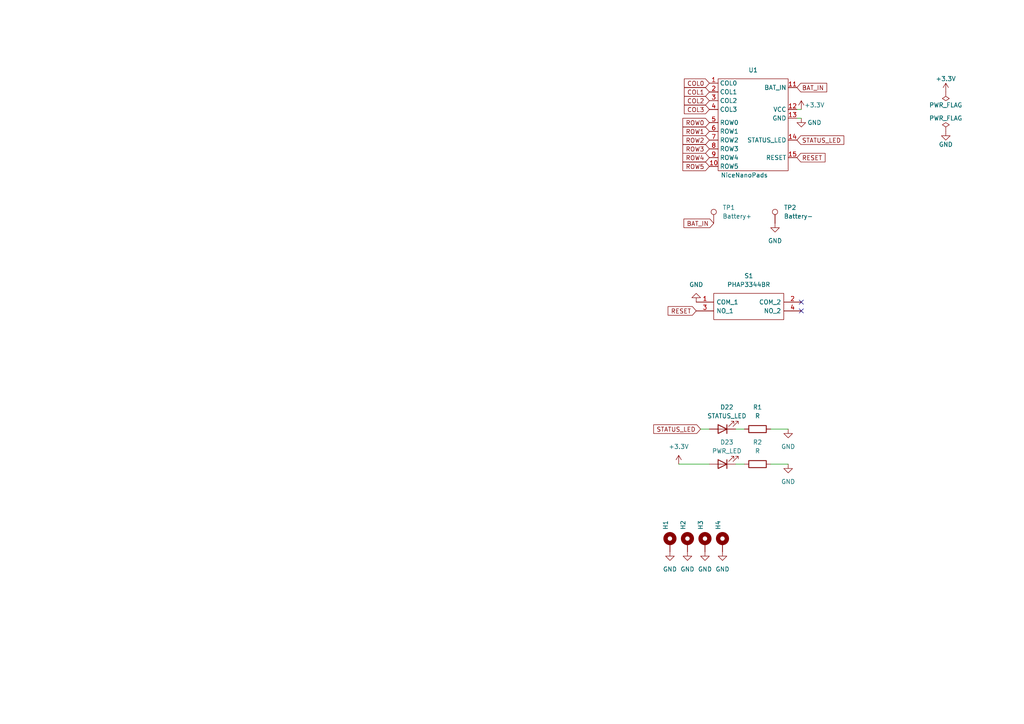
<source format=kicad_sch>
(kicad_sch (version 20230121) (generator eeschema)
  (paper "A4")
  (lib_symbols
    (symbol "Connector:TestPoint" (pin_numbers hide) (pin_names (offset 0.762) hide)
      (property "Reference" "TP" (at 0 6.858 0))
      (property "Value" "TestPoint" (at 0 5.08 0))
      (symbol "TestPoint_0_1"
        (circle (center 0 3.302) (radius 0.762))
      )
      (symbol "TestPoint_1_1"
        (pin passive line (at 0 0 90) (length 2.54) (name "1") (number "1"))
      )
    )
    (symbol "Device:D" (pin_numbers hide) (pin_names (offset 1.016) hide)
      (property "Reference" "D" (at 0 2.54 0))
      (property "Value" "D" (at 0 -2.54 0))
      (symbol "D_0_1"
        (polyline (pts (xy -1.27 1.27) (xy -1.27 -1.27)) (stroke (width 0.254)))
        (polyline (pts (xy 1.27 0) (xy -1.27 0)))
        (polyline (pts (xy 1.27 1.27) (xy 1.27 -1.27) (xy -1.27 0) (xy 1.27 1.27)) (stroke (width 0.254)))
      )
      (symbol "D_1_1"
        (pin passive line (at -3.81 0 0) (length 2.54) (name "K") (number "1"))
        (pin passive line (at 3.81 0 180) (length 2.54) (name "A") (number "2"))
      )
    )
    (symbol "Device:LED" (pin_numbers hide) (pin_names (offset 1.016) hide)
      (property "Reference" "D" (at 0 2.54 0))
      (property "Value" "LED" (at 0 -2.54 0))
      (symbol "LED_0_1"
        (polyline (pts (xy -1.27 -1.27) (xy -1.27 1.27)) (stroke (width 0.254)))
        (polyline (pts (xy -1.27 0) (xy 1.27 0)))
        (polyline (pts (xy 1.27 -1.27) (xy 1.27 1.27) (xy -1.27 0) (xy 1.27 -1.27)) (stroke (width 0.254)))
        (polyline (pts (xy -3.048 -0.762) (xy -4.572 -2.286) (xy -3.81 -2.286) (xy -4.572 -2.286) (xy -4.572 -1.524)))
        (polyline (pts (xy -1.778 -0.762) (xy -3.302 -2.286) (xy -2.54 -2.286) (xy -3.302 -2.286) (xy -3.302 -1.524)))
      )
      (symbol "LED_1_1"
        (pin passive line (at -3.81 0 0) (length 2.54) (name "K") (number "1"))
        (pin passive line (at 3.81 0 180) (length 2.54) (name "A") (number "2"))
      )
    )
    (symbol "Device:R" (pin_numbers hide) (pin_names (offset 0))
      (property "Reference" "R" (at 2.032 0 90))
      (property "Value" "R" (at 0 0 90))
      (symbol "R_0_1"
        (rectangle (start -1.016 -2.54) (end 1.016 2.54) (stroke (width 0.254)))
      )
      (symbol "R_1_1"
        (pin passive line (at 0 3.81 270) (length 1.27) (name "~") (number "1"))
        (pin passive line (at 0 -3.81 90) (length 1.27) (name "~") (number "2"))
      )
    )
    (symbol "Mechanical:MountingHole_Pad" (pin_numbers hide) (pin_names (offset 1.016) hide)
      (property "Reference" "H" (at 0 6.35 0))
      (property "Value" "MountingHole_Pad" (at 0 4.445 0))
      (symbol "MountingHole_Pad_0_1"
        (circle (center 0 1.27) (radius 1.27) (stroke (width 1.27)))
      )
      (symbol "MountingHole_Pad_1_1"
        (pin input line (at 0 -2.54 90) (length 2.54) (name "1") (number "1"))
      )
    )
    (symbol "Nice_Nano_Pads:NiceNanoPads"
      (property "Reference" "U1" (at 2.54 30.48 0))
      (property "Value" "NiceNanoPads" (at 0 0 0))
      (symbol "NiceNanoPads_0_1"
        (rectangle (start -7.62 27.94) (end 12.7 1.27))
      )
      (symbol "NiceNanoPads_1_1"
        (pin input line (at -10.16 26.67 0) (length 2.54) (name "COL0") (number "1"))
        (pin input line (at -10.16 2.54 0) (length 2.54) (name "ROW5") (number "10"))
        (pin input line (at 15.24 25.4 180) (length 2.54) (name "BAT_IN") (number "11"))
        (pin input line (at 15.24 19.05 180) (length 2.54) (name "VCC") (number "12"))
        (pin input line (at 15.24 16.51 180) (length 2.54) (name "GND") (number "13"))
        (pin input line (at 15.24 10.16 180) (length 2.54) (name "STATUS_LED") (number "14"))
        (pin input line (at 15.24 5.08 180) (length 2.54) (name "RESET") (number "15"))
        (pin input line (at -10.16 24.13 0) (length 2.54) (name "COL1") (number "2"))
        (pin input line (at -10.16 21.59 0) (length 2.54) (name "COL2") (number "3"))
        (pin input line (at -10.16 19.05 0) (length 2.54) (name "COL3") (number "4"))
        (pin input line (at -10.16 15.24 0) (length 2.54) (name "ROW0") (number "5"))
        (pin input line (at -10.16 12.7 0) (length 2.54) (name "ROW1") (number "6"))
        (pin input line (at -10.16 10.16 0) (length 2.54) (name "ROW2") (number "7"))
        (pin input line (at -10.16 7.62 0) (length 2.54) (name "ROW3") (number "8"))
        (pin input line (at -10.16 5.08 0) (length 2.54) (name "ROW4") (number "9"))
      )
    )
    (symbol "Reset_switch:PHAP3344BR" (pin_names (offset 0.762))
      (property "Reference" "S" (at 26.67 7.62 0))
      (property "Value" "PHAP3344BR" (at 26.67 5.08 0))
      (symbol "PHAP3344BR_0_0"
        (pin passive line (at 0 0 0) (length 5.08) (name "COM_1") (number "1"))
        (pin passive line (at 30.48 0 180) (length 5.08) (name "COM_2") (number "2"))
        (pin passive line (at 0 -2.54 0) (length 5.08) (name "NO_1") (number "3"))
        (pin passive line (at 30.48 -2.54 180) (length 5.08) (name "NO_2") (number "4"))
      )
      (symbol "PHAP3344BR_0_1"
        (polyline (pts (xy 5.08 2.54) (xy 25.4 2.54) (xy 25.4 -5.08) (xy 5.08 -5.08) (xy 5.08 2.54)) (stroke (width 0.1524)))
      )
    )
    (symbol "Switch:SW_Push" (pin_numbers hide) (pin_names (offset 1.016) hide)
      (property "Reference" "SW" (at 1.27 2.54 0))
      (property "Value" "SW_Push" (at 0 -1.524 0))
      (symbol "SW_Push_0_1"
        (circle (center -2.032 0) (radius 0.508))
        (polyline (pts (xy 0 1.27) (xy 0 3.048)))
        (polyline (pts (xy 2.54 1.27) (xy -2.54 1.27)))
        (circle (center 2.032 0) (radius 0.508))
        (pin passive line (at -5.08 0 0) (length 2.54) (name "1") (number "1"))
        (pin passive line (at 5.08 0 180) (length 2.54) (name "2") (number "2"))
      )
    )
    (symbol "power:+3.3V" (power) (pin_names (offset 0))
      (property "Value" "+3.3V" (at 0 3.556 0))
      (symbol "+3.3V_0_1"
        (polyline (pts (xy -0.762 1.27) (xy 0 2.54)))
        (polyline (pts (xy 0 0) (xy 0 2.54)))
        (polyline (pts (xy 0 2.54) (xy 0.762 1.27)))
      )
      (symbol "+3.3V_1_1"
        (pin power_in line (at 0 0 90) (length 0) hide (name "+3.3V") (number "1"))
      )
    )
    (symbol "power:GND" (power) (pin_names (offset 0))
      (property "Value" "GND" (at 0 -3.81 0))
      (symbol "GND_0_1"
        (polyline (pts (xy 0 0) (xy 0 -1.27) (xy 1.27 -1.27) (xy 0 -2.54) (xy -1.27 -1.27) (xy 0 -1.27)))
      )
      (symbol "GND_1_1"
        (pin power_in line (at 0 0 270) (length 0) hide (name "GND") (number "1"))
      )
    )
    (symbol "power:PWR_FLAG" (power) (pin_numbers hide) (pin_names (offset 0) hide)
      (property "Value" "PWR_FLAG" (at 0 3.81 0))
      (symbol "PWR_FLAG_0_0"
        (pin power_out line (at 0 0 90) (length 0) (name "pwr") (number "1"))
      )
      (symbol "PWR_FLAG_0_1"
        (polyline (pts (xy 0 0) (xy 0 1.27) (xy -1.016 1.905) (xy 0 2.54) (xy 1.016 1.905) (xy 0 1.27)))
      )
    )
  )
  (junction (at 109.22 -121.92))
  (junction (at 63.5 -71.12))
  (junction (at 50.8 -81.28))
  (junction (at 88.9 -81.28))
  (junction (at 101.6 -50.8))
  (junction (at 88.9 -101.6))
  (junction (at 82.55 -50.8))
  (junction (at 63.5 -30.48))
  (junction (at 69.85 -101.6))
  (junction (at 88.9 -40.64))
  (junction (at 63.5 -111.76))
  (junction (at 50.8 -121.92))
  (junction (at 50.8 -101.6))
  (junction (at 69.85 -81.28))
  (junction (at 109.22 -60.96))
  (junction (at 63.5 -50.8))
  (junction (at 109.22 -101.6))
  (junction (at 82.55 -111.76))
  (junction (at 82.55 -71.12))
  (junction (at 63.5 -91.44))
  (junction (at 69.85 -40.64))
  (junction (at 88.9 -121.92))
  (junction (at 69.85 -121.92))
  (junction (at 82.55 -10.16))
  (junction (at 69.85 -60.96))
  (junction (at 82.55 -91.44))
  (junction (at 101.6 -111.76))
  (junction (at 82.55 -30.48))
  (junction (at 101.6 -10.16))
  (junction (at 50.8 -60.96))
  (junction (at 101.6 -91.44))
  (junction (at 88.9 -60.96))
  (no_connect (at 232.41 90.17))
  (no_connect (at 232.41 87.63))
  (wire (pts (xy 69.85 -121.92) (xy 71.12 -121.92)))
  (wire (pts (xy 88.9 -60.96) (xy 88.9 -40.64)))
  (wire (pts (xy 50.8 -133.35) (xy 50.8 -121.92)))
  (wire (pts (xy 88.9 -133.35) (xy 88.9 -121.92)))
  (wire (pts (xy 50.8 -81.28) (xy 52.07 -81.28)))
  (wire (pts (xy 88.9 -101.6) (xy 90.17 -101.6)))
  (wire (pts (xy 63.5 -71.12) (xy 63.5 -72.39)))
  (wire (pts (xy 101.6 -60.96) (xy 101.6 -59.69)))
  (wire (pts (xy 41.91 -50.8) (xy 63.5 -50.8)))
  (wire (pts (xy 101.6 -81.28) (xy 100.33 -81.28)))
  (wire (pts (xy 121.92 -111.76) (xy 121.92 -113.03)))
  (wire (pts (xy 69.85 -40.64) (xy 71.12 -40.64)))
  (wire (pts (xy 101.6 -111.76) (xy 121.92 -111.76)))
  (wire (pts (xy 213.36 124.46) (xy 215.9 124.46)))
  (wire (pts (xy 121.92 -60.96) (xy 120.65 -60.96)))
  (wire (pts (xy 63.5 -50.8) (xy 63.5 -52.07)))
  (wire (pts (xy 82.55 -111.76) (xy 82.55 -113.03)))
  (wire (pts (xy 121.92 -101.6) (xy 121.92 -100.33)))
  (wire (pts (xy 69.85 -40.64) (xy 69.85 -20.32)))
  (wire (pts (xy 82.55 -81.28) (xy 81.28 -81.28)))
  (wire (pts (xy 63.5 -101.6) (xy 63.5 -100.33)))
  (wire (pts (xy 213.36 134.62) (xy 215.9 134.62)))
  (wire (pts (xy 82.55 -10.16) (xy 82.55 -11.43)))
  (wire (pts (xy 82.55 -121.92) (xy 81.28 -121.92)))
  (wire (pts (xy 63.5 -91.44) (xy 63.5 -92.71)))
  (wire (pts (xy 41.91 -111.76) (xy 63.5 -111.76)))
  (wire (pts (xy 196.85 134.62) (xy 205.74 134.62)))
  (wire (pts (xy 101.6 -50.8) (xy 121.92 -50.8)))
  (wire (pts (xy 63.5 -111.76) (xy 63.5 -113.03)))
  (wire (pts (xy 101.6 -81.28) (xy 101.6 -80.01)))
  (wire (pts (xy 121.92 -121.92) (xy 121.92 -120.65)))
  (wire (pts (xy 82.55 -121.92) (xy 82.55 -120.65)))
  (wire (pts (xy 63.5 -30.48) (xy 63.5 -31.75)))
  (wire (pts (xy 88.9 -40.64) (xy 90.17 -40.64)))
  (wire (pts (xy 63.5 -50.8) (xy 82.55 -50.8)))
  (wire (pts (xy 109.22 -121.92) (xy 109.22 -101.6)))
  (wire (pts (xy 50.8 -121.92) (xy 50.8 -101.6)))
  (wire (pts (xy 63.5 -40.64) (xy 63.5 -39.37)))
  (wire (pts (xy 82.55 -50.8) (xy 82.55 -52.07)))
  (wire (pts (xy 63.5 -121.92) (xy 63.5 -120.65)))
  (wire (pts (xy 109.22 -121.92) (xy 110.49 -121.92)))
  (wire (pts (xy 50.8 -60.96) (xy 50.8 -40.64)))
  (wire (pts (xy 82.55 -101.6) (xy 82.55 -100.33)))
  (wire (pts (xy 82.55 -20.32) (xy 82.55 -19.05)))
  (wire (pts (xy 109.22 -101.6) (xy 110.49 -101.6)))
  (wire (pts (xy 121.92 -101.6) (xy 120.65 -101.6)))
  (wire (pts (xy 101.6 -10.16) (xy 121.92 -10.16)))
  (wire (pts (xy 82.55 -40.64) (xy 81.28 -40.64)))
  (wire (pts (xy 63.5 -111.76) (xy 82.55 -111.76)))
  (wire (pts (xy 50.8 -121.92) (xy 52.07 -121.92)))
  (wire (pts (xy 69.85 -133.35) (xy 69.85 -121.92)))
  (wire (pts (xy 63.5 -101.6) (xy 62.23 -101.6)))
  (wire (pts (xy 203.2 124.46) (xy 205.74 124.46)))
  (wire (pts (xy 101.6 -50.8) (xy 101.6 -52.07)))
  (wire (pts (xy 69.85 -60.96) (xy 69.85 -40.64)))
  (wire (pts (xy 63.5 -71.12) (xy 82.55 -71.12)))
  (wire (pts (xy 50.8 -101.6) (xy 50.8 -81.28)))
  (wire (pts (xy 88.9 -101.6) (xy 88.9 -81.28)))
  (wire (pts (xy 101.6 -121.92) (xy 101.6 -120.65)))
  (wire (pts (xy 109.22 -101.6) (xy 109.22 -60.96)))
  (wire (pts (xy 101.6 -60.96) (xy 100.33 -60.96)))
  (wire (pts (xy 41.91 -30.48) (xy 63.5 -30.48)))
  (wire (pts (xy 69.85 -81.28) (xy 69.85 -60.96)))
  (wire (pts (xy 50.8 -60.96) (xy 52.07 -60.96)))
  (wire (pts (xy 88.9 -60.96) (xy 90.17 -60.96)))
  (wire (pts (xy 69.85 -101.6) (xy 71.12 -101.6)))
  (wire (pts (xy 69.85 -81.28) (xy 71.12 -81.28)))
  (wire (pts (xy 101.6 -101.6) (xy 100.33 -101.6)))
  (wire (pts (xy 82.55 -81.28) (xy 82.55 -80.01)))
  (wire (pts (xy 82.55 -111.76) (xy 101.6 -111.76)))
  (wire (pts (xy 109.22 -60.96) (xy 110.49 -60.96)))
  (wire (pts (xy 121.92 -20.32) (xy 120.65 -20.32)))
  (wire (pts (xy 232.41 31.75) (xy 231.14 31.75)))
  (wire (pts (xy 101.6 -121.92) (xy 100.33 -121.92)))
  (wire (pts (xy 101.6 -10.16) (xy 101.6 -11.43)))
  (wire (pts (xy 101.6 -91.44) (xy 101.6 -92.71)))
  (wire (pts (xy 50.8 -81.28) (xy 50.8 -60.96)))
  (wire (pts (xy 82.55 -91.44) (xy 101.6 -91.44)))
  (wire (pts (xy 121.92 -121.92) (xy 120.65 -121.92)))
  (wire (pts (xy 88.9 -20.32) (xy 90.17 -20.32)))
  (wire (pts (xy 101.6 -91.44) (xy 121.92 -91.44)))
  (wire (pts (xy 82.55 -71.12) (xy 101.6 -71.12)))
  (wire (pts (xy 101.6 -111.76) (xy 101.6 -113.03)))
  (wire (pts (xy 101.6 -71.12) (xy 101.6 -72.39)))
  (wire (pts (xy 88.9 -40.64) (xy 88.9 -20.32)))
  (wire (pts (xy 101.6 -101.6) (xy 101.6 -100.33)))
  (wire (pts (xy 82.55 -10.16) (xy 101.6 -10.16)))
  (wire (pts (xy 69.85 -60.96) (xy 71.12 -60.96)))
  (wire (pts (xy 109.22 -20.32) (xy 110.49 -20.32)))
  (wire (pts (xy 82.55 -30.48) (xy 101.6 -30.48)))
  (wire (pts (xy 41.91 -71.12) (xy 63.5 -71.12)))
  (wire (pts (xy 63.5 -121.92) (xy 62.23 -121.92)))
  (wire (pts (xy 109.22 -60.96) (xy 109.22 -20.32)))
  (wire (pts (xy 228.6 124.46) (xy 223.52 124.46)))
  (wire (pts (xy 63.5 -60.96) (xy 62.23 -60.96)))
  (wire (pts (xy 82.55 -40.64) (xy 82.55 -39.37)))
  (wire (pts (xy 109.22 -133.35) (xy 109.22 -121.92)))
  (wire (pts (xy 88.9 -121.92) (xy 90.17 -121.92)))
  (wire (pts (xy 121.92 -50.8) (xy 121.92 -52.07)))
  (wire (pts (xy 82.55 -71.12) (xy 82.55 -72.39)))
  (wire (pts (xy 63.5 -40.64) (xy 62.23 -40.64)))
  (wire (pts (xy 41.91 -91.44) (xy 63.5 -91.44)))
  (wire (pts (xy 82.55 -60.96) (xy 82.55 -59.69)))
  (wire (pts (xy 50.8 -101.6) (xy 52.07 -101.6)))
  (wire (pts (xy 41.91 -10.16) (xy 82.55 -10.16)))
  (wire (pts (xy 82.55 -30.48) (xy 82.55 -31.75)))
  (wire (pts (xy 101.6 -40.64) (xy 101.6 -39.37)))
  (wire (pts (xy 50.8 -40.64) (xy 52.07 -40.64)))
  (wire (pts (xy 82.55 -20.32) (xy 81.28 -20.32)))
  (wire (pts (xy 63.5 -30.48) (xy 82.55 -30.48)))
  (wire (pts (xy 121.92 -20.32) (xy 121.92 -19.05)))
  (wire (pts (xy 63.5 -91.44) (xy 82.55 -91.44)))
  (wire (pts (xy 63.5 -81.28) (xy 62.23 -81.28)))
  (wire (pts (xy 232.41 34.29) (xy 231.14 34.29)))
  (wire (pts (xy 63.5 -60.96) (xy 63.5 -59.69)))
  (wire (pts (xy 69.85 -20.32) (xy 71.12 -20.32)))
  (wire (pts (xy 82.55 -101.6) (xy 81.28 -101.6)))
  (wire (pts (xy 88.9 -121.92) (xy 88.9 -101.6)))
  (wire (pts (xy 82.55 -60.96) (xy 81.28 -60.96)))
  (wire (pts (xy 88.9 -81.28) (xy 90.17 -81.28)))
  (wire (pts (xy 69.85 -101.6) (xy 69.85 -81.28)))
  (wire (pts (xy 121.92 -60.96) (xy 121.92 -59.69)))
  (wire (pts (xy 228.6 134.62) (xy 223.52 134.62)))
  (wire (pts (xy 82.55 -50.8) (xy 101.6 -50.8)))
  (wire (pts (xy 88.9 -81.28) (xy 88.9 -60.96)))
  (wire (pts (xy 101.6 -20.32) (xy 101.6 -19.05)))
  (wire (pts (xy 63.5 -81.28) (xy 63.5 -80.01)))
  (wire (pts (xy 101.6 -40.64) (xy 100.33 -40.64)))
  (wire (pts (xy 121.92 -91.44) (xy 121.92 -92.71)))
  (wire (pts (xy 82.55 -91.44) (xy 82.55 -92.71)))
  (wire (pts (xy 69.85 -121.92) (xy 69.85 -101.6)))
  (wire (pts (xy 101.6 -30.48) (xy 101.6 -31.75)))
  (wire (pts (xy 101.6 -20.32) (xy 100.33 -20.32)))
  (wire (pts (xy 121.92 -10.16) (xy 121.92 -11.43)))
  (global_label "COL2" (shape input) (at 88.9 -133.35 90) (property "Intersheetrefs" "${INTERSHEET_REFS}" (effects hide)))
  (global_label "COL1" (shape input) (at 205.74 26.67 180) (property "Intersheetrefs" "${INTERSHEET_REFS}" (effects hide)))
  (global_label "STATUS_LED" (shape input) (at 231.14 40.64 0) (property "Intersheetrefs" "${INTERSHEET_REFS}" (effects hide)))
  (global_label "ROW1" (shape input) (at 205.74 38.1 180) (property "Intersheetrefs" "${INTERSHEET_REFS}" (effects hide)))
  (global_label "COL0" (shape input) (at 205.74 24.13 180) (property "Intersheetrefs" "${INTERSHEET_REFS}" (effects hide)))
  (global_label "BAT_IN" (shape input) (at 207.01 64.77 180) (property "Intersheetrefs" "${INTERSHEET_REFS}" (effects hide)))
  (global_label "STATUS_LED" (shape input) (at 203.2 124.46 180) (property "Intersheetrefs" "${INTERSHEET_REFS}" (effects hide)))
  (global_label "ROW5" (shape input) (at 41.91 -10.16 180) (property "Intersheetrefs" "${INTERSHEET_REFS}" (effects hide)))
  (global_label "COL3" (shape input) (at 109.22 -133.35 90) (property "Intersheetrefs" "${INTERSHEET_REFS}" (effects hide)))
  (global_label "ROW0" (shape input) (at 41.91 -111.76 180) (property "Intersheetrefs" "${INTERSHEET_REFS}" (effects hide)))
  (global_label "COL0" (shape input) (at 50.8 -133.35 90) (property "Intersheetrefs" "${INTERSHEET_REFS}" (effects hide)))
  (global_label "ROW2" (shape input) (at 41.91 -71.12 180) (property "Intersheetrefs" "${INTERSHEET_REFS}" (effects hide)))
  (global_label "ROW2" (shape input) (at 205.74 40.64 180) (property "Intersheetrefs" "${INTERSHEET_REFS}" (effects hide)))
  (global_label "ROW4" (shape input) (at 41.91 -30.48 180) (property "Intersheetrefs" "${INTERSHEET_REFS}" (effects hide)))
  (global_label "COL1" (shape input) (at 69.85 -133.35 90) (property "Intersheetrefs" "${INTERSHEET_REFS}" (effects hide)))
  (global_label "COL2" (shape input) (at 205.74 29.21 180) (property "Intersheetrefs" "${INTERSHEET_REFS}" (effects hide)))
  (global_label "COL3" (shape input) (at 205.74 31.75 180) (property "Intersheetrefs" "${INTERSHEET_REFS}" (effects hide)))
  (global_label "RESET" (shape input) (at 201.93 90.17 180) (property "Intersheetrefs" "${INTERSHEET_REFS}" (effects hide)))
  (global_label "ROW3" (shape input) (at 41.91 -50.8 180) (property "Intersheetrefs" "${INTERSHEET_REFS}" (effects hide)))
  (global_label "ROW5" (shape input) (at 205.74 48.26 180) (property "Intersheetrefs" "${INTERSHEET_REFS}" (effects hide)))
  (global_label "RESET" (shape input) (at 231.14 45.72 0) (property "Intersheetrefs" "${INTERSHEET_REFS}" (effects hide)))
  (global_label "BAT_IN" (shape input) (at 231.14 25.4 0) (property "Intersheetrefs" "${INTERSHEET_REFS}" (effects hide)))
  (global_label "ROW3" (shape input) (at 205.74 43.18 180) (property "Intersheetrefs" "${INTERSHEET_REFS}" (effects hide)))
  (global_label "ROW4" (shape input) (at 205.74 45.72 180) (property "Intersheetrefs" "${INTERSHEET_REFS}" (effects hide)))
  (global_label "ROW1" (shape input) (at 41.91 -91.44 180) (property "Intersheetrefs" "${INTERSHEET_REFS}" (effects hide)))
  (global_label "ROW0" (shape input) (at 205.74 35.56 180) (property "Intersheetrefs" "${INTERSHEET_REFS}" (effects hide)))
  (symbol (lib_id "Device:D") (at 63.5 -96.52 90) (unit 1)
    (property "Reference" "D5" (at 55.88 -97.79 90) (effects (justify right)))
    (property "Value" "D" (at 55.88 -95.25 90) (effects (justify right)))
    (property "Footprint" "Diode_SMD:D_SOD-123" (effects hide))
    (property "Sim.Device" "D" (effects hide))
    (property "Sim.Pins" "1=K 2=A" (effects hide))
  )
  (symbol (lib_id "Device:D") (at 101.6 -116.84 90) (unit 1)
    (property "Reference" "D3" (at 93.98 -118.11 90) (effects (justify right)))
    (property "Value" "D" (at 93.98 -115.57 90) (effects (justify right)))
    (property "Footprint" "Diode_SMD:D_SOD-123" (effects hide))
    (property "Sim.Device" "D" (effects hide))
    (property "Sim.Pins" "1=K 2=A" (effects hide))
  )
  (symbol (lib_id "power:GND") (at 228.6 134.62 0) (mirror y) (unit 1)
    (property "Reference" "#PWR09" (effects hide))
    (property "Value" "GND" (at 228.6 139.7 0))
  )
  (symbol (lib_id "Device:D") (at 82.55 -15.24 90) (unit 1)
    (property "Reference" "D19" (at 74.93 -16.51 90) (effects (justify right)))
    (property "Value" "D" (at 74.93 -13.97 90) (effects (justify right)))
    (property "Footprint" "Diode_SMD:D_SOD-123" (effects hide))
    (property "Sim.Device" "D" (effects hide))
    (property "Sim.Pins" "1=K 2=A" (effects hide))
  )
  (symbol (lib_id "Switch:SW_Push") (at 115.57 -60.96 0) (unit 1)
    (property "Reference" "SW15" (at 115.57 -68.58 0))
    (property "Value" "SW_Push" (at 115.57 -66.04 0))
    (property "Footprint" "PCM_Switch_Keyboard_Hotswap_Kailh:SW_Hotswap_Kailh_MX_2.00u_90deg" (effects hide))
  )
  (symbol (lib_id "Device:D") (at 101.6 -96.52 90) (unit 1)
    (property "Reference" "D7" (at 93.98 -97.79 90) (effects (justify right)))
    (property "Value" "D" (at 93.98 -95.25 90) (effects (justify right)))
    (property "Footprint" "Diode_SMD:D_SOD-123" (effects hide))
    (property "Sim.Device" "D" (effects hide))
    (property "Sim.Pins" "1=K 2=A" (effects hide))
  )
  (symbol (lib_id "Device:D") (at 82.55 -55.88 90) (unit 1)
    (property "Reference" "D13" (at 74.93 -57.15 90) (effects (justify right)))
    (property "Value" "D" (at 74.93 -54.61 90) (effects (justify right)))
    (property "Footprint" "Diode_SMD:D_SOD-123" (effects hide))
    (property "Sim.Device" "D" (effects hide))
    (property "Sim.Pins" "1=K 2=A" (effects hide))
  )
  (symbol (lib_id "Device:D") (at 82.55 -116.84 90) (unit 1)
    (property "Reference" "D2" (at 74.93 -118.11 90) (effects (justify right)))
    (property "Value" "D" (at 74.93 -115.57 90) (effects (justify right)))
    (property "Footprint" "Diode_SMD:D_SOD-123" (effects hide))
    (property "Sim.Device" "D" (effects hide))
    (property "Sim.Pins" "1=K 2=A" (effects hide))
  )
  (symbol (lib_id "Switch:SW_Push") (at 95.25 -60.96 0) (unit 1)
    (property "Reference" "SW14" (at 95.25 -68.58 0))
    (property "Value" "SW_Push" (at 95.25 -66.04 0))
    (property "Footprint" "PCM_Switch_Keyboard_Hotswap_Kailh:SW_Hotswap_Kailh_MX_1.00u" (effects hide))
  )
  (symbol (lib_id "Device:R") (at 219.71 124.46 90) (unit 1)
    (property "Reference" "R1" (at 219.71 118.11 90))
    (property "Value" "R" (at 219.71 120.65 90))
    (property "Footprint" "Resistor_SMD:R_0805_2012Metric_Pad1.20x1.40mm_HandSolder" (effects hide))
  )
  (symbol (lib_id "Device:D") (at 101.6 -76.2 90) (unit 1)
    (property "Reference" "D11" (at 93.98 -77.47 90) (effects (justify right)))
    (property "Value" "D" (at 93.98 -74.93 90) (effects (justify right)))
    (property "Footprint" "Diode_SMD:D_SOD-123" (effects hide))
    (property "Sim.Device" "D" (effects hide))
    (property "Sim.Pins" "1=K 2=A" (effects hide))
  )
  (symbol (lib_id "Switch:SW_Push") (at 76.2 -121.92 0) (unit 1)
    (property "Reference" "SW2" (at 76.2 -129.54 0))
    (property "Value" "SW_Push" (at 76.2 -127 0))
    (property "Footprint" "PCM_Switch_Keyboard_Hotswap_Kailh:SW_Hotswap_Kailh_MX_1.00u" (effects hide))
  )
  (symbol (lib_id "Switch:SW_Push") (at 76.2 -20.32 0) (unit 1)
    (property "Reference" "SW19" (at 76.2 -27.94 0))
    (property "Value" "SW_Push" (at 76.2 -25.4 0))
    (property "Footprint" "PCM_Switch_Keyboard_Hotswap_Kailh:SW_Hotswap_Kailh_MX_2.00u" (effects hide))
  )
  (symbol (lib_id "Switch:SW_Push") (at 115.57 -101.6 0) (unit 1)
    (property "Reference" "SW8" (at 115.57 -109.22 0))
    (property "Value" "SW_Push" (at 115.57 -106.68 0))
    (property "Footprint" "PCM_Switch_Keyboard_Hotswap_Kailh:SW_Hotswap_Kailh_MX_1.00u" (effects hide))
  )
  (symbol (lib_id "Switch:SW_Push") (at 76.2 -101.6 0) (unit 1)
    (property "Reference" "SW6" (at 76.2 -109.22 0))
    (property "Value" "SW_Push" (at 76.2 -106.68 0))
    (property "Footprint" "PCM_Switch_Keyboard_Hotswap_Kailh:SW_Hotswap_Kailh_MX_1.00u" (effects hide))
  )
  (symbol (lib_id "power:GND") (at 201.93 87.63 0) (mirror x) (unit 1)
    (property "Reference" "#PWR06" (effects hide))
    (property "Value" "GND" (at 201.93 82.55 0))
  )
  (symbol (lib_id "Device:D") (at 121.92 -15.24 90) (unit 1)
    (property "Reference" "D21" (at 114.3 -16.51 90) (effects (justify right)))
    (property "Value" "D" (at 114.3 -13.97 90) (effects (justify right)))
    (property "Footprint" "Diode_SMD:D_SOD-123" (effects hide))
    (property "Sim.Device" "D" (effects hide))
    (property "Sim.Pins" "1=K 2=A" (effects hide))
  )
  (symbol (lib_id "power:GND") (at 224.79 64.77 0) (mirror y) (unit 1)
    (property "Reference" "#PWR03" (effects hide))
    (property "Value" "GND" (at 224.79 69.85 0))
  )
  (symbol (lib_id "Device:D") (at 82.55 -96.52 90) (unit 1)
    (property "Reference" "D6" (at 74.93 -97.79 90) (effects (justify right)))
    (property "Value" "D" (at 74.93 -95.25 90) (effects (justify right)))
    (property "Footprint" "Diode_SMD:D_SOD-123" (effects hide))
    (property "Sim.Device" "D" (effects hide))
    (property "Sim.Pins" "1=K 2=A" (effects hide))
  )
  (symbol (lib_id "power:+3.3V") (at 232.41 31.75 0) (unit 1)
    (property "Reference" "#PWR01" (effects hide))
    (property "Value" "+3.3V" (at 236.22 30.48 0))
  )
  (symbol (lib_id "Device:D") (at 101.6 -55.88 90) (unit 1)
    (property "Reference" "D14" (at 93.98 -57.15 90) (effects (justify right)))
    (property "Value" "D" (at 93.98 -54.61 90) (effects (justify right)))
    (property "Footprint" "Diode_SMD:D_SOD-123" (effects hide))
    (property "Sim.Device" "D" (effects hide))
    (property "Sim.Pins" "1=K 2=A" (effects hide))
  )
  (symbol (lib_id "Switch:SW_Push") (at 95.25 -20.32 0) (unit 1)
    (property "Reference" "SW20" (at 95.25 -27.94 0))
    (property "Value" "SW_Push" (at 95.25 -25.4 0))
    (property "Footprint" "PCM_Switch_Keyboard_Hotswap_Kailh:SW_Hotswap_Kailh_MX_1.00u" (effects hide))
  )
  (symbol (lib_id "Device:D") (at 82.55 -35.56 90) (unit 1)
    (property "Reference" "D17" (at 74.93 -36.83 90) (effects (justify right)))
    (property "Value" "D" (at 74.93 -34.29 90) (effects (justify right)))
    (property "Footprint" "Diode_SMD:D_SOD-123" (effects hide))
    (property "Sim.Device" "D" (effects hide))
    (property "Sim.Pins" "1=K 2=A" (effects hide))
  )
  (symbol (lib_id "power:GND") (at 274.32 38.1 0) (mirror y) (unit 1)
    (property "Reference" "#PWR04" (effects hide))
    (property "Value" "GND" (at 274.32 41.91 0))
  )
  (symbol (lib_id "Reset_switch:PHAP3344BR") (at 201.93 87.63 0) (unit 1)
    (property "Reference" "S1" (at 217.17 80.01 0))
    (property "Value" "PHAP3344BR" (at 217.17 82.55 0))
    (property "Footprint" "Reset:PTS526SM15SMTR2LFS" (effects hide))
    (property "Datasheet" "https://www.apem.com/idec-apem/en_IN/medias/6mmMJTPSERIES16NOV2021.pdf?context=bWFzdGVyfGRvY3VtZW50c3w4MjA4OTcxfGFwcGxpY2F0aW9uL3BkZnxoM2QvaDdiLzk0MTAxNzQyNTUxMzQvNm1tTUpUUFNFUklFUzE2Tk9WMjAyMS5wZGZ8MmExMDM3ODdmZmFhZmQxNDAzMzQ5YTYwZTlhMWRjZWRkMGE3MzM0Mjg2" (effects hide))
    (property "Description" "Tactile Switches TACT SWITCH PCB MOUNT, SPST-NO, 0.05A, 12V, 260GF" (effects hide))
    (property "Height" "4.5" (effects hide))
    (property "Mouser Part Number" "642-PHAP3344BR" (effects hide))
    (property "Mouser Price/Stock" "https://www.mouser.co.uk/ProductDetail/Apem/PHAP3344BR?qs=HFfMDpzxxd0B96bY11XHGQ%3D%3D" (effects hide))
    (property "Manufacturer_Name" "Apem" (effects hide))
    (property "Manufacturer_Part_Number" "PHAP3344BR" (effects hide))
  )
  (symbol (lib_id "Connector:TestPoint") (at 224.79 64.77 0) (unit 1)
    (property "Reference" "TP2" (at 227.33 60.198 0) (effects (justify left)))
    (property "Value" "Battery-" (at 227.33 62.738 0) (effects (justify left)))
    (property "Footprint" "TestPoint:TestPoint_Pad_D4.0mm" (effects hide))
  )
  (symbol (lib_id "Mechanical:MountingHole_Pad") (at 204.47 157.48 0) (unit 1)
    (property "Reference" "H3" (at 203.2 153.67 90) (effects (justify left)))
    (property "Value" "MountingHole_Pad" (effects hide))
    (property "Footprint" "MountingHole:MountingHole_3.2mm_M3_DIN965_Pad" (effects hide))
  )
  (symbol (lib_id "Device:D") (at 63.5 -55.88 90) (unit 1)
    (property "Reference" "D12" (at 55.88 -57.15 90) (effects (justify right)))
    (property "Value" "D" (at 55.88 -54.61 90) (effects (justify right)))
    (property "Footprint" "Diode_SMD:D_SOD-123" (effects hide))
    (property "Sim.Device" "D" (effects hide))
    (property "Sim.Pins" "1=K 2=A" (effects hide))
  )
  (symbol (lib_id "Switch:SW_Push") (at 57.15 -40.64 0) (unit 1)
    (property "Reference" "SW16" (at 57.15 -48.26 0))
    (property "Value" "SW_Push" (at 57.15 -45.72 0))
    (property "Footprint" "PCM_Switch_Keyboard_Hotswap_Kailh:SW_Hotswap_Kailh_MX_1.00u" (effects hide))
  )
  (symbol (lib_id "power:+3.3V") (at 196.85 134.62 0) (unit 1)
    (property "Reference" "#PWR08" (effects hide))
    (property "Value" "+3.3V" (at 196.85 129.54 0))
  )
  (symbol (lib_id "Device:D") (at 101.6 -15.24 90) (unit 1)
    (property "Reference" "D20" (at 93.98 -16.51 90) (effects (justify right)))
    (property "Value" "D" (at 93.98 -13.97 90) (effects (justify right)))
    (property "Footprint" "Diode_SMD:D_SOD-123" (effects hide))
    (property "Sim.Device" "D" (effects hide))
    (property "Sim.Pins" "1=K 2=A" (effects hide))
  )
  (symbol (lib_id "Switch:SW_Push") (at 57.15 -121.92 0) (unit 1)
    (property "Reference" "SW1" (at 57.15 -129.54 0))
    (property "Value" "SW_Push" (at 57.15 -127 0))
    (property "Footprint" "PCM_Switch_Keyboard_Hotswap_Kailh:SW_Hotswap_Kailh_MX_1.00u" (effects hide))
  )
  (symbol (lib_id "Device:LED") (at 209.55 134.62 180) (unit 1)
    (property "Reference" "D23" (at 210.82 128.27 0))
    (property "Value" "PWR_LED" (at 210.82 130.81 0))
    (property "Footprint" "LED_SMD:LED_0805_2012Metric_Pad1.15x1.40mm_HandSolder" (effects hide))
  )
  (symbol (lib_id "Switch:SW_Push") (at 95.25 -81.28 0) (unit 1)
    (property "Reference" "SW11" (at 95.25 -88.9 0))
    (property "Value" "SW_Push" (at 95.25 -86.36 0))
    (property "Footprint" "PCM_Switch_Keyboard_Hotswap_Kailh:SW_Hotswap_Kailh_MX_1.00u" (effects hide))
  )
  (symbol (lib_id "Mechanical:MountingHole_Pad") (at 194.31 157.48 0) (unit 1)
    (property "Reference" "H1" (at 193.04 153.67 90) (effects (justify left)))
    (property "Value" "MountingHole_Pad" (effects hide))
    (property "Footprint" "MountingHole:MountingHole_3.2mm_M3_DIN965_Pad" (effects hide))
  )
  (symbol (lib_id "power:GND") (at 204.47 160.02 0) (mirror y) (unit 1)
    (property "Reference" "#PWR012" (effects hide))
    (property "Value" "GND" (at 204.47 165.1 0))
  )
  (symbol (lib_id "Device:R") (at 219.71 134.62 90) (unit 1)
    (property "Reference" "R2" (at 219.71 128.27 90))
    (property "Value" "R" (at 219.71 130.81 90))
    (property "Footprint" "Resistor_SMD:R_0805_2012Metric_Pad1.20x1.40mm_HandSolder" (effects hide))
  )
  (symbol (lib_id "Device:D") (at 63.5 -35.56 90) (unit 1)
    (property "Reference" "D16" (at 55.88 -36.83 90) (effects (justify right)))
    (property "Value" "D" (at 55.88 -34.29 90) (effects (justify right)))
    (property "Footprint" "Diode_SMD:D_SOD-123" (effects hide))
    (property "Sim.Device" "D" (effects hide))
    (property "Sim.Pins" "1=K 2=A" (effects hide))
  )
  (symbol (lib_id "power:+3.3V") (at 274.32 26.67 0) (unit 1)
    (property "Reference" "#PWR05" (effects hide))
    (property "Value" "+3.3V" (at 274.32 22.86 0))
  )
  (symbol (lib_id "Nice_Nano_Pads:NiceNanoPads") (at 215.9 50.8 0) (unit 1)
    (property "Reference" "U1" (at 218.44 20.32 0))
    (property "Value" "NiceNanoPads" (at 215.9 50.8 0))
    (property "Footprint" "NiceNanoPad:NiceNanoPads" (effects hide))
  )
  (symbol (lib_id "Mechanical:MountingHole_Pad") (at 199.39 157.48 0) (unit 1)
    (property "Reference" "H2" (at 198.12 153.67 90) (effects (justify left)))
    (property "Value" "MountingHole_Pad" (effects hide))
    (property "Footprint" "MountingHole:MountingHole_3.2mm_M3_DIN965_Pad" (effects hide))
  )
  (symbol (lib_id "Switch:SW_Push") (at 115.57 -20.32 0) (unit 1)
    (property "Reference" "SW21" (at 115.57 -27.94 0))
    (property "Value" "SW_Push" (at 115.57 -25.4 0))
    (property "Footprint" "PCM_Switch_Keyboard_Hotswap_Kailh:SW_Hotswap_Kailh_MX_2.00u_90deg" (effects hide))
  )
  (symbol (lib_id "Device:LED") (at 209.55 124.46 180) (unit 1)
    (property "Reference" "D22" (at 210.82 118.11 0))
    (property "Value" "STATUS_LED" (at 210.82 120.65 0))
    (property "Footprint" "LED_SMD:LED_0805_2012Metric_Pad1.15x1.40mm_HandSolder" (effects hide))
  )
  (symbol (lib_id "Device:D") (at 63.5 -116.84 90) (unit 1)
    (property "Reference" "D1" (at 55.88 -118.11 90) (effects (justify right)))
    (property "Value" "D" (at 55.88 -115.57 90) (effects (justify right)))
    (property "Footprint" "Diode_SMD:D_SOD-123" (effects hide))
    (property "Sim.Device" "D" (effects hide))
    (property "Sim.Pins" "1=K 2=A" (effects hide))
  )
  (symbol (lib_id "Switch:SW_Push") (at 76.2 -81.28 0) (unit 1)
    (property "Reference" "SW10" (at 76.2 -88.9 0))
    (property "Value" "SW_Push" (at 76.2 -86.36 0))
    (property "Footprint" "PCM_Switch_Keyboard_Hotswap_Kailh:SW_Hotswap_Kailh_MX_1.00u" (effects hide))
  )
  (symbol (lib_id "Switch:SW_Push") (at 57.15 -60.96 0) (unit 1)
    (property "Reference" "SW12" (at 57.15 -68.58 0))
    (property "Value" "SW_Push" (at 57.15 -66.04 0))
    (property "Footprint" "PCM_Switch_Keyboard_Hotswap_Kailh:SW_Hotswap_Kailh_MX_1.00u" (effects hide))
  )
  (symbol (lib_id "power:GND") (at 228.6 124.46 0) (mirror y) (unit 1)
    (property "Reference" "#PWR07" (effects hide))
    (property "Value" "GND" (at 228.6 129.54 0))
  )
  (symbol (lib_id "Switch:SW_Push") (at 95.25 -40.64 0) (unit 1)
    (property "Reference" "SW18" (at 95.25 -48.26 0))
    (property "Value" "SW_Push" (at 95.25 -45.72 0))
    (property "Footprint" "PCM_Switch_Keyboard_Hotswap_Kailh:SW_Hotswap_Kailh_MX_1.00u" (effects hide))
  )
  (symbol (lib_id "Device:D") (at 121.92 -116.84 90) (unit 1)
    (property "Reference" "D4" (at 114.3 -118.11 90) (effects (justify right)))
    (property "Value" "D" (at 114.3 -115.57 90) (effects (justify right)))
    (property "Footprint" "Diode_SMD:D_SOD-123" (effects hide))
    (property "Sim.Device" "D" (effects hide))
    (property "Sim.Pins" "1=K 2=A" (effects hide))
  )
  (symbol (lib_id "Switch:SW_Push") (at 95.25 -101.6 0) (unit 1)
    (property "Reference" "SW7" (at 95.25 -109.22 0))
    (property "Value" "SW_Push" (at 95.25 -106.68 0))
    (property "Footprint" "PCM_Switch_Keyboard_Hotswap_Kailh:SW_Hotswap_Kailh_MX_1.00u" (effects hide))
  )
  (symbol (lib_id "Device:D") (at 63.5 -76.2 90) (unit 1)
    (property "Reference" "D9" (at 55.88 -77.47 90) (effects (justify right)))
    (property "Value" "D" (at 55.88 -74.93 90) (effects (justify right)))
    (property "Footprint" "Diode_SMD:D_SOD-123" (effects hide))
    (property "Sim.Device" "D" (effects hide))
    (property "Sim.Pins" "1=K 2=A" (effects hide))
  )
  (symbol (lib_id "Switch:SW_Push") (at 57.15 -81.28 0) (unit 1)
    (property "Reference" "SW9" (at 57.15 -88.9 0))
    (property "Value" "SW_Push" (at 57.15 -86.36 0))
    (property "Footprint" "PCM_Switch_Keyboard_Hotswap_Kailh:SW_Hotswap_Kailh_MX_1.00u" (effects hide))
  )
  (symbol (lib_id "power:PWR_FLAG") (at 274.32 26.67 180) (unit 1)
    (property "Reference" "#FLG02" (effects hide))
    (property "Value" "PWR_FLAG" (at 274.32 30.48 0))
  )
  (symbol (lib_id "Device:D") (at 82.55 -76.2 90) (unit 1)
    (property "Reference" "D10" (at 74.93 -77.47 90) (effects (justify right)))
    (property "Value" "D" (at 74.93 -74.93 90) (effects (justify right)))
    (property "Footprint" "Diode_SMD:D_SOD-123" (effects hide))
    (property "Sim.Device" "D" (effects hide))
    (property "Sim.Pins" "1=K 2=A" (effects hide))
  )
  (symbol (lib_id "Device:D") (at 121.92 -96.52 90) (unit 1)
    (property "Reference" "D8" (at 114.3 -97.79 90) (effects (justify right)))
    (property "Value" "D" (at 114.3 -95.25 90) (effects (justify right)))
    (property "Footprint" "Diode_SMD:D_SOD-123" (effects hide))
    (property "Sim.Device" "D" (effects hide))
    (property "Sim.Pins" "1=K 2=A" (effects hide))
  )
  (symbol (lib_id "power:PWR_FLAG") (at 274.32 38.1 0) (unit 1)
    (property "Reference" "#FLG01" (effects hide))
    (property "Value" "PWR_FLAG" (at 274.32 34.29 0))
  )
  (symbol (lib_id "Connector:TestPoint") (at 207.01 64.77 0) (unit 1)
    (property "Reference" "TP1" (at 209.55 60.198 0) (effects (justify left)))
    (property "Value" "Battery+" (at 209.55 62.738 0) (effects (justify left)))
    (property "Footprint" "TestPoint:TestPoint_Pad_D4.0mm" (effects hide))
  )
  (symbol (lib_id "power:GND") (at 209.55 160.02 0) (mirror y) (unit 1)
    (property "Reference" "#PWR013" (effects hide))
    (property "Value" "GND" (at 209.55 165.1 0))
  )
  (symbol (lib_id "Switch:SW_Push") (at 115.57 -121.92 0) (unit 1)
    (property "Reference" "SW4" (at 115.57 -129.54 0))
    (property "Value" "SW_Push" (at 115.57 -127 0))
    (property "Footprint" "PCM_Switch_Keyboard_Hotswap_Kailh:SW_Hotswap_Kailh_MX_1.00u" (effects hide))
  )
  (symbol (lib_id "Switch:SW_Push") (at 76.2 -40.64 0) (unit 1)
    (property "Reference" "SW17" (at 76.2 -48.26 0))
    (property "Value" "SW_Push" (at 76.2 -45.72 0))
    (property "Footprint" "PCM_Switch_Keyboard_Hotswap_Kailh:SW_Hotswap_Kailh_MX_1.00u" (effects hide))
  )
  (symbol (lib_id "power:GND") (at 199.39 160.02 0) (mirror y) (unit 1)
    (property "Reference" "#PWR011" (effects hide))
    (property "Value" "GND" (at 199.39 165.1 0))
  )
  (symbol (lib_id "power:GND") (at 194.31 160.02 0) (mirror y) (unit 1)
    (property "Reference" "#PWR010" (effects hide))
    (property "Value" "GND" (at 194.31 165.1 0))
  )
  (symbol (lib_id "Device:D") (at 121.92 -55.88 90) (unit 1)
    (property "Reference" "D15" (at 114.3 -57.15 90) (effects (justify right)))
    (property "Value" "D" (at 114.3 -54.61 90) (effects (justify right)))
    (property "Footprint" "Diode_SMD:D_SOD-123" (effects hide))
    (property "Sim.Device" "D" (effects hide))
    (property "Sim.Pins" "1=K 2=A" (effects hide))
  )
  (symbol (lib_id "power:GND") (at 232.41 34.29 0) (mirror y) (unit 1)
    (property "Reference" "#PWR02" (effects hide))
    (property "Value" "GND" (at 236.22 35.56 0))
  )
  (symbol (lib_id "Switch:SW_Push") (at 95.25 -121.92 0) (unit 1)
    (property "Reference" "SW3" (at 95.25 -129.54 0))
    (property "Value" "SW_Push" (at 95.25 -127 0))
    (property "Footprint" "PCM_Switch_Keyboard_Hotswap_Kailh:SW_Hotswap_Kailh_MX_1.00u" (effects hide))
  )
  (symbol (lib_id "Device:D") (at 101.6 -35.56 90) (unit 1)
    (property "Reference" "D18" (at 93.98 -36.83 90) (effects (justify right)))
    (property "Value" "D" (at 93.98 -34.29 90) (effects (justify right)))
    (property "Footprint" "Diode_SMD:D_SOD-123" (effects hide))
    (property "Sim.Device" "D" (effects hide))
    (property "Sim.Pins" "1=K 2=A" (effects hide))
  )
  (symbol (lib_id "Switch:SW_Push") (at 76.2 -60.96 0) (unit 1)
    (property "Reference" "SW13" (at 76.2 -68.58 0))
    (property "Value" "SW_Push" (at 76.2 -66.04 0))
    (property "Footprint" "PCM_Switch_Keyboard_Hotswap_Kailh:SW_Hotswap_Kailh_MX_1.00u" (effects hide))
  )
  (symbol (lib_id "Mechanical:MountingHole_Pad") (at 209.55 157.48 0) (unit 1)
    (property "Reference" "H4" (at 208.28 153.67 90) (effects (justify left)))
    (property "Value" "MountingHole_Pad" (effects hide))
    (property "Footprint" "MountingHole:MountingHole_3.2mm_M3_DIN965_Pad" (effects hide))
  )
  (symbol (lib_id "Switch:SW_Push") (at 57.15 -101.6 0) (unit 1)
    (property "Reference" "SW5" (at 57.15 -109.22 0))
    (property "Value" "SW_Push" (at 57.15 -106.68 0))
    (property "Footprint" "PCM_Switch_Keyboard_Hotswap_Kailh:SW_Hotswap_Kailh_MX_1.00u" (effects hide))
  )
)
</source>
